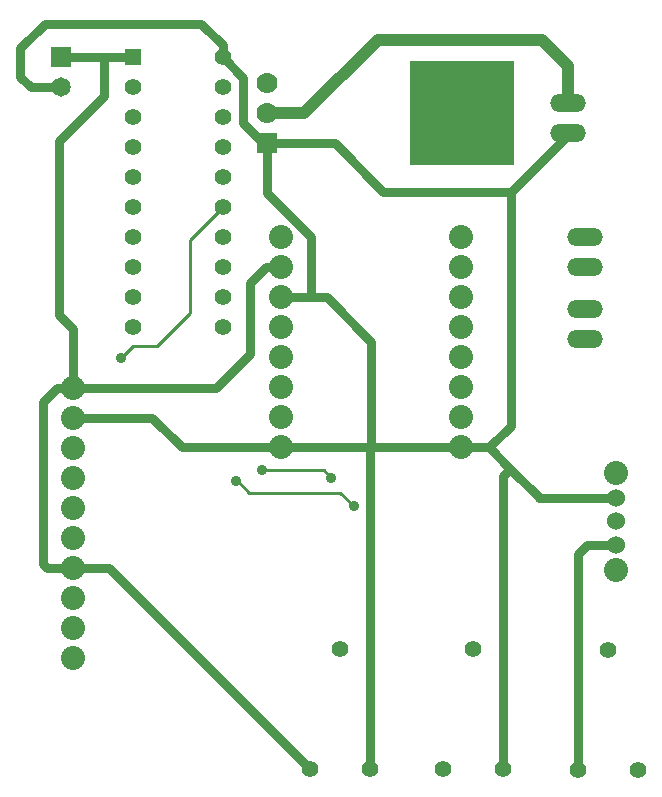
<source format=gbl>
G04 (created by PCBNEW (2013-07-07 BZR 4022)-stable) date 10/18/2013 11:27:31 AM*
%MOIN*%
G04 Gerber Fmt 3.4, Leading zero omitted, Abs format*
%FSLAX34Y34*%
G01*
G70*
G90*
G04 APERTURE LIST*
%ADD10C,0.00590551*%
%ADD11C,0.08*%
%ADD12C,0.06*%
%ADD13R,0.07X0.07*%
%ADD14C,0.07*%
%ADD15R,0.35X0.35*%
%ADD16C,0.0551181*%
%ADD17O,0.1187X0.0593*%
%ADD18R,0.055X0.055*%
%ADD19C,0.055*%
%ADD20R,0.065X0.065*%
%ADD21C,0.065*%
%ADD22C,0.035*%
%ADD23C,0.04*%
%ADD24C,0.03*%
%ADD25C,0.01*%
G04 APERTURE END LIST*
G54D10*
G54D11*
X98800Y-47523D03*
G54D12*
X98800Y-48350D03*
X98800Y-49137D03*
X98798Y-49924D03*
G54D11*
X98800Y-50751D03*
X87625Y-39675D03*
X87625Y-40675D03*
X87625Y-41675D03*
X87625Y-42675D03*
X87625Y-43675D03*
X87625Y-44675D03*
X87625Y-45675D03*
X87625Y-46675D03*
X93625Y-46675D03*
X93625Y-45675D03*
X93625Y-44675D03*
X93625Y-43675D03*
X93625Y-42675D03*
X93625Y-41675D03*
X93625Y-40675D03*
X93625Y-39675D03*
X80700Y-44700D03*
X80700Y-45700D03*
X80700Y-46700D03*
X80700Y-47700D03*
X80700Y-48700D03*
X80700Y-49700D03*
X80700Y-50700D03*
X80700Y-51700D03*
X80700Y-52700D03*
X80700Y-53700D03*
G54D13*
X87175Y-36525D03*
G54D14*
X87175Y-34525D03*
X87175Y-35525D03*
G54D15*
X93675Y-35525D03*
G54D16*
X98550Y-53420D03*
X97550Y-57420D03*
X99550Y-57420D03*
X94030Y-53380D03*
X93030Y-57380D03*
X95030Y-57380D03*
X89610Y-53400D03*
X88610Y-57400D03*
X90610Y-57400D03*
G54D17*
X97775Y-39650D03*
X97775Y-40650D03*
X97775Y-42075D03*
X97775Y-43075D03*
X97200Y-36180D03*
X97200Y-35180D03*
G54D18*
X82700Y-33675D03*
G54D19*
X82700Y-34675D03*
X82700Y-35675D03*
X82700Y-36675D03*
X82700Y-37675D03*
X82700Y-38675D03*
X82700Y-39675D03*
X82700Y-40675D03*
X82700Y-41675D03*
X82700Y-42675D03*
X85700Y-42675D03*
X85700Y-41675D03*
X85700Y-40675D03*
X85700Y-39675D03*
X85700Y-38675D03*
X85700Y-37675D03*
X85700Y-36675D03*
X85700Y-35675D03*
X85700Y-34675D03*
X85700Y-33675D03*
G54D20*
X80300Y-33675D03*
G54D21*
X80300Y-34675D03*
G54D22*
X82310Y-43680D03*
X87000Y-47420D03*
X89320Y-47680D03*
X86140Y-47800D03*
X90080Y-48640D03*
G54D23*
X97200Y-35180D02*
X97200Y-33950D01*
X88415Y-35525D02*
X87175Y-35525D01*
X90860Y-33080D02*
X88415Y-35525D01*
X96330Y-33080D02*
X90860Y-33080D01*
X97200Y-33950D02*
X96330Y-33080D01*
G54D24*
X80700Y-50700D02*
X81910Y-50700D01*
X81910Y-50700D02*
X88610Y-57400D01*
X97550Y-57420D02*
X97550Y-50230D01*
X97550Y-50230D02*
X97855Y-49924D01*
X97855Y-49924D02*
X98798Y-49924D01*
X80700Y-50700D02*
X79840Y-50700D01*
X79840Y-50700D02*
X79700Y-50560D01*
X79700Y-49700D02*
X79700Y-50560D01*
X80700Y-44700D02*
X85475Y-44700D01*
X87125Y-40675D02*
X87625Y-40675D01*
X86600Y-41200D02*
X87125Y-40675D01*
X86600Y-43575D02*
X86600Y-41200D01*
X85475Y-44700D02*
X86600Y-43575D01*
X80700Y-44700D02*
X80175Y-44700D01*
X79700Y-45175D02*
X79700Y-49700D01*
X80175Y-44700D02*
X79700Y-45175D01*
X80700Y-44700D02*
X80700Y-42725D01*
X81750Y-34975D02*
X81750Y-33675D01*
X80250Y-36475D02*
X81750Y-34975D01*
X80250Y-42275D02*
X80250Y-36475D01*
X80700Y-42725D02*
X80250Y-42275D01*
X80300Y-33675D02*
X81750Y-33675D01*
X81750Y-33675D02*
X82700Y-33675D01*
X95030Y-57380D02*
X95030Y-47640D01*
X95030Y-47640D02*
X95290Y-47380D01*
X90610Y-57400D02*
X90610Y-46715D01*
X90610Y-46715D02*
X90650Y-46675D01*
X96250Y-48360D02*
X96260Y-48350D01*
X98800Y-48350D02*
X96260Y-48350D01*
X96260Y-48350D02*
X95290Y-47380D01*
X95290Y-47380D02*
X94585Y-46675D01*
X97200Y-36180D02*
X97200Y-36250D01*
X97200Y-36250D02*
X95300Y-38150D01*
X95300Y-38150D02*
X95300Y-45960D01*
X94585Y-46675D02*
X93625Y-46675D01*
X95300Y-45960D02*
X94585Y-46675D01*
X87175Y-36525D02*
X87175Y-38195D01*
X88640Y-39660D02*
X88640Y-41675D01*
X87175Y-38195D02*
X88640Y-39660D01*
X89425Y-36525D02*
X87175Y-36525D01*
X91050Y-38150D02*
X89425Y-36525D01*
X95300Y-38150D02*
X91050Y-38150D01*
X87625Y-41675D02*
X88640Y-41675D01*
X88640Y-41675D02*
X89175Y-41675D01*
X89175Y-41675D02*
X90650Y-43150D01*
X90650Y-43150D02*
X90650Y-46675D01*
X87625Y-46675D02*
X90650Y-46675D01*
X90650Y-46675D02*
X91830Y-46675D01*
X91830Y-46675D02*
X93625Y-46675D01*
X87625Y-46675D02*
X84325Y-46675D01*
X83350Y-45700D02*
X80700Y-45700D01*
X84325Y-46675D02*
X83350Y-45700D01*
X85700Y-33675D02*
X85700Y-33275D01*
X79300Y-34675D02*
X80300Y-34675D01*
X78950Y-34325D02*
X79300Y-34675D01*
X78950Y-33375D02*
X78950Y-34325D01*
X79775Y-32550D02*
X78950Y-33375D01*
X84975Y-32550D02*
X79775Y-32550D01*
X85700Y-33275D02*
X84975Y-32550D01*
X87175Y-36525D02*
X87050Y-36525D01*
X86375Y-34350D02*
X85700Y-33675D01*
X86375Y-35850D02*
X86375Y-34350D01*
X87050Y-36525D02*
X86375Y-35850D01*
G54D25*
X84620Y-39755D02*
X85700Y-38675D01*
X84620Y-42180D02*
X84620Y-39755D01*
X83520Y-43280D02*
X84620Y-42180D01*
X82710Y-43280D02*
X83520Y-43280D01*
X82310Y-43680D02*
X82710Y-43280D01*
X89060Y-47420D02*
X87000Y-47420D01*
X89320Y-47680D02*
X89060Y-47420D01*
X86200Y-47800D02*
X86140Y-47800D01*
X86580Y-48180D02*
X86200Y-47800D01*
X89620Y-48180D02*
X86580Y-48180D01*
X90080Y-48640D02*
X89620Y-48180D01*
M02*

</source>
